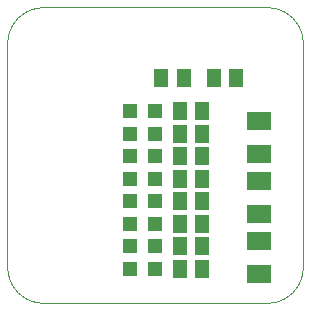
<source format=gtp>
G75*
%MOIN*%
%OFA0B0*%
%FSLAX25Y25*%
%IPPOS*%
%LPD*%
%AMOC8*
5,1,8,0,0,1.08239X$1,22.5*
%
%ADD10C,0.00000*%
%ADD11R,0.04724X0.04724*%
%ADD12R,0.07874X0.06299*%
%ADD13R,0.05118X0.06299*%
D10*
X0004500Y0013111D02*
X0004500Y0087914D01*
X0004503Y0088199D01*
X0004514Y0088485D01*
X0004531Y0088770D01*
X0004555Y0089054D01*
X0004586Y0089338D01*
X0004624Y0089621D01*
X0004669Y0089902D01*
X0004720Y0090183D01*
X0004778Y0090463D01*
X0004843Y0090741D01*
X0004915Y0091017D01*
X0004993Y0091291D01*
X0005078Y0091564D01*
X0005170Y0091834D01*
X0005268Y0092102D01*
X0005372Y0092368D01*
X0005483Y0092631D01*
X0005600Y0092891D01*
X0005723Y0093149D01*
X0005853Y0093403D01*
X0005989Y0093654D01*
X0006130Y0093902D01*
X0006278Y0094146D01*
X0006431Y0094387D01*
X0006591Y0094623D01*
X0006756Y0094856D01*
X0006926Y0095085D01*
X0007102Y0095310D01*
X0007284Y0095530D01*
X0007470Y0095746D01*
X0007662Y0095957D01*
X0007859Y0096164D01*
X0008061Y0096366D01*
X0008268Y0096563D01*
X0008479Y0096755D01*
X0008695Y0096941D01*
X0008915Y0097123D01*
X0009140Y0097299D01*
X0009369Y0097469D01*
X0009602Y0097634D01*
X0009838Y0097794D01*
X0010079Y0097947D01*
X0010323Y0098095D01*
X0010571Y0098236D01*
X0010822Y0098372D01*
X0011076Y0098502D01*
X0011334Y0098625D01*
X0011594Y0098742D01*
X0011857Y0098853D01*
X0012123Y0098957D01*
X0012391Y0099055D01*
X0012661Y0099147D01*
X0012934Y0099232D01*
X0013208Y0099310D01*
X0013484Y0099382D01*
X0013762Y0099447D01*
X0014042Y0099505D01*
X0014323Y0099556D01*
X0014604Y0099601D01*
X0014887Y0099639D01*
X0015171Y0099670D01*
X0015455Y0099694D01*
X0015740Y0099711D01*
X0016026Y0099722D01*
X0016311Y0099725D01*
X0091114Y0099725D01*
X0091399Y0099722D01*
X0091685Y0099711D01*
X0091970Y0099694D01*
X0092254Y0099670D01*
X0092538Y0099639D01*
X0092821Y0099601D01*
X0093102Y0099556D01*
X0093383Y0099505D01*
X0093663Y0099447D01*
X0093941Y0099382D01*
X0094217Y0099310D01*
X0094491Y0099232D01*
X0094764Y0099147D01*
X0095034Y0099055D01*
X0095302Y0098957D01*
X0095568Y0098853D01*
X0095831Y0098742D01*
X0096091Y0098625D01*
X0096349Y0098502D01*
X0096603Y0098372D01*
X0096854Y0098236D01*
X0097102Y0098095D01*
X0097346Y0097947D01*
X0097587Y0097794D01*
X0097823Y0097634D01*
X0098056Y0097469D01*
X0098285Y0097299D01*
X0098510Y0097123D01*
X0098730Y0096941D01*
X0098946Y0096755D01*
X0099157Y0096563D01*
X0099364Y0096366D01*
X0099566Y0096164D01*
X0099763Y0095957D01*
X0099955Y0095746D01*
X0100141Y0095530D01*
X0100323Y0095310D01*
X0100499Y0095085D01*
X0100669Y0094856D01*
X0100834Y0094623D01*
X0100994Y0094387D01*
X0101147Y0094146D01*
X0101295Y0093902D01*
X0101436Y0093654D01*
X0101572Y0093403D01*
X0101702Y0093149D01*
X0101825Y0092891D01*
X0101942Y0092631D01*
X0102053Y0092368D01*
X0102157Y0092102D01*
X0102255Y0091834D01*
X0102347Y0091564D01*
X0102432Y0091291D01*
X0102510Y0091017D01*
X0102582Y0090741D01*
X0102647Y0090463D01*
X0102705Y0090183D01*
X0102756Y0089902D01*
X0102801Y0089621D01*
X0102839Y0089338D01*
X0102870Y0089054D01*
X0102894Y0088770D01*
X0102911Y0088485D01*
X0102922Y0088199D01*
X0102925Y0087914D01*
X0102925Y0013111D01*
X0102922Y0012826D01*
X0102911Y0012540D01*
X0102894Y0012255D01*
X0102870Y0011971D01*
X0102839Y0011687D01*
X0102801Y0011404D01*
X0102756Y0011123D01*
X0102705Y0010842D01*
X0102647Y0010562D01*
X0102582Y0010284D01*
X0102510Y0010008D01*
X0102432Y0009734D01*
X0102347Y0009461D01*
X0102255Y0009191D01*
X0102157Y0008923D01*
X0102053Y0008657D01*
X0101942Y0008394D01*
X0101825Y0008134D01*
X0101702Y0007876D01*
X0101572Y0007622D01*
X0101436Y0007371D01*
X0101295Y0007123D01*
X0101147Y0006879D01*
X0100994Y0006638D01*
X0100834Y0006402D01*
X0100669Y0006169D01*
X0100499Y0005940D01*
X0100323Y0005715D01*
X0100141Y0005495D01*
X0099955Y0005279D01*
X0099763Y0005068D01*
X0099566Y0004861D01*
X0099364Y0004659D01*
X0099157Y0004462D01*
X0098946Y0004270D01*
X0098730Y0004084D01*
X0098510Y0003902D01*
X0098285Y0003726D01*
X0098056Y0003556D01*
X0097823Y0003391D01*
X0097587Y0003231D01*
X0097346Y0003078D01*
X0097102Y0002930D01*
X0096854Y0002789D01*
X0096603Y0002653D01*
X0096349Y0002523D01*
X0096091Y0002400D01*
X0095831Y0002283D01*
X0095568Y0002172D01*
X0095302Y0002068D01*
X0095034Y0001970D01*
X0094764Y0001878D01*
X0094491Y0001793D01*
X0094217Y0001715D01*
X0093941Y0001643D01*
X0093663Y0001578D01*
X0093383Y0001520D01*
X0093102Y0001469D01*
X0092821Y0001424D01*
X0092538Y0001386D01*
X0092254Y0001355D01*
X0091970Y0001331D01*
X0091685Y0001314D01*
X0091399Y0001303D01*
X0091114Y0001300D01*
X0016311Y0001300D01*
X0016026Y0001303D01*
X0015740Y0001314D01*
X0015455Y0001331D01*
X0015171Y0001355D01*
X0014887Y0001386D01*
X0014604Y0001424D01*
X0014323Y0001469D01*
X0014042Y0001520D01*
X0013762Y0001578D01*
X0013484Y0001643D01*
X0013208Y0001715D01*
X0012934Y0001793D01*
X0012661Y0001878D01*
X0012391Y0001970D01*
X0012123Y0002068D01*
X0011857Y0002172D01*
X0011594Y0002283D01*
X0011334Y0002400D01*
X0011076Y0002523D01*
X0010822Y0002653D01*
X0010571Y0002789D01*
X0010323Y0002930D01*
X0010079Y0003078D01*
X0009838Y0003231D01*
X0009602Y0003391D01*
X0009369Y0003556D01*
X0009140Y0003726D01*
X0008915Y0003902D01*
X0008695Y0004084D01*
X0008479Y0004270D01*
X0008268Y0004462D01*
X0008061Y0004659D01*
X0007859Y0004861D01*
X0007662Y0005068D01*
X0007470Y0005279D01*
X0007284Y0005495D01*
X0007102Y0005715D01*
X0006926Y0005940D01*
X0006756Y0006169D01*
X0006591Y0006402D01*
X0006431Y0006638D01*
X0006278Y0006879D01*
X0006130Y0007123D01*
X0005989Y0007371D01*
X0005853Y0007622D01*
X0005723Y0007876D01*
X0005600Y0008134D01*
X0005483Y0008394D01*
X0005372Y0008657D01*
X0005268Y0008923D01*
X0005170Y0009191D01*
X0005078Y0009461D01*
X0004993Y0009734D01*
X0004915Y0010008D01*
X0004843Y0010284D01*
X0004778Y0010562D01*
X0004720Y0010842D01*
X0004669Y0011123D01*
X0004624Y0011404D01*
X0004586Y0011687D01*
X0004555Y0011971D01*
X0004531Y0012255D01*
X0004514Y0012540D01*
X0004503Y0012826D01*
X0004500Y0013111D01*
D11*
X0045366Y0012550D03*
X0045366Y0020050D03*
X0045366Y0027550D03*
X0045366Y0035050D03*
X0045366Y0042550D03*
X0045366Y0050050D03*
X0045366Y0057550D03*
X0045366Y0065050D03*
X0053634Y0065050D03*
X0053634Y0057550D03*
X0053634Y0050050D03*
X0053634Y0042550D03*
X0053634Y0035050D03*
X0053634Y0027550D03*
X0053634Y0020050D03*
X0053634Y0012550D03*
D12*
X0088250Y0010788D03*
X0088250Y0021812D03*
X0088250Y0030788D03*
X0088250Y0041812D03*
X0088250Y0050788D03*
X0088250Y0061812D03*
D13*
X0080740Y0076300D03*
X0073260Y0076300D03*
X0063240Y0076300D03*
X0055760Y0076300D03*
X0062010Y0065050D03*
X0069490Y0065050D03*
X0069490Y0057550D03*
X0062010Y0057550D03*
X0062010Y0050050D03*
X0069490Y0050050D03*
X0069490Y0042550D03*
X0062010Y0042550D03*
X0062010Y0035050D03*
X0069490Y0035050D03*
X0069490Y0027550D03*
X0062010Y0027550D03*
X0062010Y0020050D03*
X0069490Y0020050D03*
X0069490Y0012550D03*
X0062010Y0012550D03*
M02*

</source>
